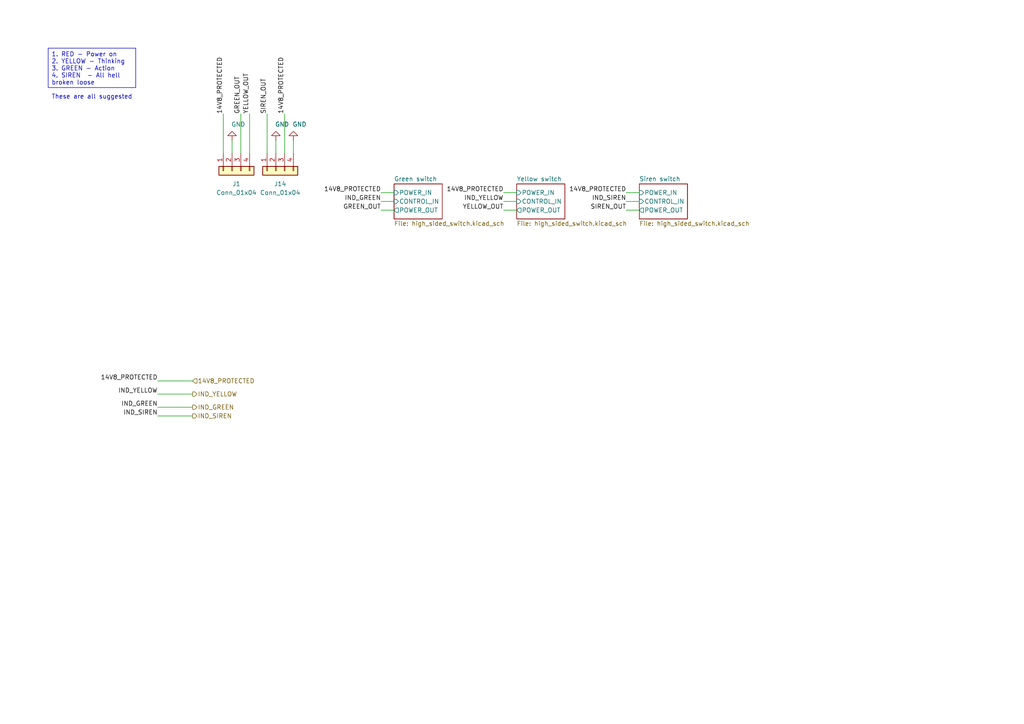
<source format=kicad_sch>
(kicad_sch (version 20250114) (generator "eeschema") (generator_version "9.0")
  (paper "A4")
  (lib_symbols
    (symbol "Connector_Generic:Conn_01x04" (pin_names (offset 1.016) (hide yes))
      (property "Reference" "J" (at 0 5.08 0))
      (property "Value" "Conn_01x04" (at 0 -7.62 0))
      (symbol "Conn_01x04_1_1"
        (rectangle (start -1.27 3.81) (end 1.27 -6.35) (stroke (width 0.254)) (fill (type background)))
        (rectangle (start -1.27 2.667) (end 0 2.413) (stroke (width 0.1524)))
        (rectangle (start -1.27 0.127) (end 0 -0.127) (stroke (width 0.1524)))
        (rectangle (start -1.27 -2.413) (end 0 -2.667) (stroke (width 0.1524)))
        (rectangle (start -1.27 -4.953) (end 0 -5.207) (stroke (width 0.1524)))
        (pin passive line (at -5.08 2.54 0) (length 3.81) (name "Pin_1") (number "1"))
        (pin passive line (at -5.08 0 0) (length 3.81) (name "Pin_2") (number "2"))
        (pin passive line (at -5.08 -2.54 0) (length 3.81) (name "Pin_3") (number "3"))
        (pin passive line (at -5.08 -5.08 0) (length 3.81) (name "Pin_4") (number "4"))
      )
    )
    (symbol "power:GND" (power) (pin_numbers (hide yes)) (pin_names (offset 0) (hide yes))
      (property "Value" "GND" (at 0 -3.81 0))
      (symbol "GND_0_1"
        (polyline (pts (xy 0 0) (xy 0 -1.27) (xy 1.27 -1.27) (xy 0 -2.54) (xy -1.27 -1.27) (xy 0 -1.27)))
      )
      (symbol "GND_1_1"
        (pin power_in line (at 0 0 270) (length 0) (name "~") (number "1"))
      )
    )
  )
  (text_box "1. RED - Power on\n2. YELLOW - Thinking\n3. GREEN - Action\n4. SIREN  - All hell broken loose\n\nThese are all suggested" (at 13.97 13.97 0) (size 25.4 11.43) (margins 0.9525 0.9525 0.9525 0.9525) (effects (font (size 1.27 1.27)) (justify left top)))
  (wire (pts (xy 45.72 110.49) (xy 55.88 110.49)))
  (wire (pts (xy 181.61 55.88) (xy 185.42 55.88)))
  (wire (pts (xy 72.39 33.02) (xy 72.39 44.45)))
  (wire (pts (xy 64.77 33.02) (xy 64.77 44.45)))
  (wire (pts (xy 45.72 118.11) (xy 55.88 118.11)))
  (wire (pts (xy 45.72 114.3) (xy 55.88 114.3)))
  (wire (pts (xy 146.05 55.88) (xy 149.86 55.88)))
  (wire (pts (xy 146.05 60.96) (xy 149.86 60.96)))
  (wire (pts (xy 82.55 33.02) (xy 82.55 44.45)))
  (wire (pts (xy 181.61 60.96) (xy 185.42 60.96)))
  (wire (pts (xy 114.3 58.42) (xy 110.49 58.42)))
  (wire (pts (xy 45.72 120.65) (xy 55.88 120.65)))
  (wire (pts (xy 110.49 60.96) (xy 114.3 60.96)))
  (wire (pts (xy 80.01 40.64) (xy 80.01 44.45)))
  (wire (pts (xy 110.49 55.88) (xy 114.3 55.88)))
  (wire (pts (xy 77.47 33.02) (xy 77.47 44.45)))
  (wire (pts (xy 181.61 58.42) (xy 185.42 58.42)))
  (wire (pts (xy 85.09 40.64) (xy 85.09 44.45)))
  (wire (pts (xy 69.85 33.02) (xy 69.85 44.45)))
  (wire (pts (xy 146.05 58.42) (xy 149.86 58.42)))
  (wire (pts (xy 67.31 40.64) (xy 67.31 44.45)))
  (label "IND_SIREN" (at 181.61 58.42 180))
  (label "IND_YELLOW" (at 45.72 114.3 180))
  (label "IND_GREEN" (at 45.72 118.11 180))
  (label "14V8_PROTECTED" (at 110.49 55.88 180))
  (label "SIREN_OUT" (at 77.47 33.02 90))
  (label "GREEN_OUT" (at 69.85 33.02 90))
  (label "YELLOW_OUT" (at 72.39 33.02 90))
  (label "14V8_PROTECTED" (at 64.77 33.02 90))
  (label "14V8_PROTECTED" (at 181.61 55.88 180))
  (label "14V8_PROTECTED" (at 146.05 55.88 180))
  (label "IND_YELLOW" (at 146.05 58.42 180))
  (label "YELLOW_OUT" (at 146.05 60.96 180))
  (label "14V8_PROTECTED" (at 45.72 110.49 180))
  (label "IND_SIREN" (at 45.72 120.65 180))
  (label "14V8_PROTECTED" (at 82.55 33.02 90))
  (label "SIREN_OUT" (at 181.61 60.96 180))
  (label "GREEN_OUT" (at 110.49 60.96 180))
  (label "IND_GREEN" (at 110.49 58.42 180))
  (hierarchical_label "IND_GREEN" (shape output) (at 55.88 118.11 0))
  (hierarchical_label "IND_SIREN" (shape output) (at 55.88 120.65 0))
  (hierarchical_label "14V8_PROTECTED" (shape input) (at 55.88 110.49 0))
  (hierarchical_label "IND_YELLOW" (shape output) (at 55.88 114.3 0))
  (symbol (lib_id "Connector_Generic:Conn_01x04") (at 67.31 49.53 90) (mirror x) (unit 1)
    (property "Reference" "J1" (at 68.58 53.34 90))
    (property "Value" "Conn_01x04" (at 68.58 55.88 90))
    (property "Footprint" "Connector_JST:JST_GH_BM04B-GHS-TBT_1x04-1MP_P1.25mm_Vertical" (effects (hide yes)))
    (property "Description" "Generic connector, single row, 01x04, script generated (kicad-library-utils/schlib/autogen/connector/)" (effects (hide yes)))
  )
  (symbol (lib_id "power:GND") (at 67.31 40.64 180) (unit 1)
    (property "Reference" "#PWR0197" (effects (hide yes)))
    (property "Value" "GND" (at 67.056 36.068 0) (effects (justify right)))
    (property "Description" "Power symbol creates a global label with name \"GND\" , ground" (effects (hide yes)))
  )
  (symbol (lib_id "Connector_Generic:Conn_01x04") (at 80.01 49.53 90) (mirror x) (unit 1)
    (property "Reference" "J14" (at 81.28 53.34 90))
    (property "Value" "Conn_01x04" (at 81.28 55.88 90))
    (property "Footprint" "Connector_JST:JST_GH_BM04B-GHS-TBT_1x04-1MP_P1.25mm_Vertical" (effects (hide yes)))
    (property "Description" "Generic connector, single row, 01x04, script generated (kicad-library-utils/schlib/autogen/connector/)" (effects (hide yes)))
  )
  (symbol (lib_id "power:GND") (at 80.01 40.64 180) (unit 1)
    (property "Reference" "#PWR02" (effects (hide yes)))
    (property "Value" "GND" (at 79.756 36.068 0) (effects (justify right)))
    (property "Description" "Power symbol creates a global label with name \"GND\" , ground" (effects (hide yes)))
  )
  (symbol (lib_id "power:GND") (at 85.09 40.64 180) (unit 1)
    (property "Reference" "#PWR056" (effects (hide yes)))
    (property "Value" "GND" (at 84.836 36.068 0) (effects (justify right)))
    (property "Description" "Power symbol creates a global label with name \"GND\" , ground" (effects (hide yes)))
  )
  (sheet (at 185.42 53.34) (size 13.97 10.16) (stroke (width 0.1524))
    (property "Sheetname" "Siren switch" (at 185.42 52.6284 0) (effects (justify left bottom)))
    (property "Sheetfile" "high_sided_switch.kicad_sch" (at 185.42 64.0846 0) (effects (justify left top)))
    (pin "CONTROL_IN" input (at 185.42 58.42 180))
    (pin "POWER_IN" input (at 185.42 55.88 180))
    (pin "POWER_OUT" output (at 185.42 60.96 180))
  )
  (sheet (at 114.3 53.34) (size 13.97 10.16) (stroke (width 0.1524))
    (property "Sheetname" "Green switch" (at 114.3 52.6284 0) (effects (justify left bottom)))
    (property "Sheetfile" "high_sided_switch.kicad_sch" (at 114.3 64.0846 0) (effects (justify left top)))
    (pin "CONTROL_IN" input (at 114.3 58.42 180))
    (pin "POWER_IN" input (at 114.3 55.88 180))
    (pin "POWER_OUT" output (at 114.3 60.96 180))
  )
  (sheet (at 149.86 53.34) (size 13.97 10.16) (stroke (width 0.1524))
    (property "Sheetname" "Yellow switch" (at 149.86 52.6284 0) (effects (justify left bottom)))
    (property "Sheetfile" "high_sided_switch.kicad_sch" (at 149.86 64.0846 0) (effects (justify left top)))
    (pin "CONTROL_IN" input (at 149.86 58.42 180))
    (pin "POWER_IN" input (at 149.86 55.88 180))
    (pin "POWER_OUT" output (at 149.86 60.96 180))
  )
)
</source>
